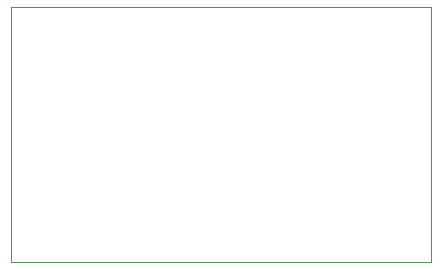
<source format=gbr>
%TF.GenerationSoftware,KiCad,Pcbnew,(5.1.12)-1*%
%TF.CreationDate,2022-02-01T21:13:27-05:00*%
%TF.ProjectId,Lobotomizer-LPF,4c6f626f-746f-46d6-997a-65722d4c5046,rev?*%
%TF.SameCoordinates,Original*%
%TF.FileFunction,Profile,NP*%
%FSLAX46Y46*%
G04 Gerber Fmt 4.6, Leading zero omitted, Abs format (unit mm)*
G04 Created by KiCad (PCBNEW (5.1.12)-1) date 2022-02-01 21:13:27*
%MOMM*%
%LPD*%
G01*
G04 APERTURE LIST*
%TA.AperFunction,Profile*%
%ADD10C,0.100000*%
%TD*%
G04 APERTURE END LIST*
D10*
X152400000Y-63500000D02*
X152400000Y-85090000D01*
X116840000Y-63500000D02*
X152400000Y-63500000D01*
X116840000Y-85090000D02*
X116840000Y-63500000D01*
X152400000Y-85090000D02*
X116840000Y-85090000D01*
M02*

</source>
